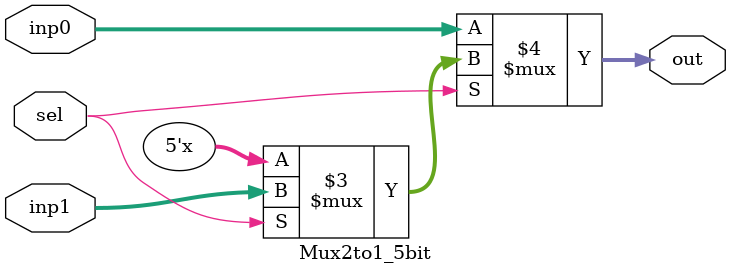
<source format=v>
module Mux2to1_5bit (inp0, inp1, sel, out);
input [4:0] inp0;
input [4:0] inp1;
input sel;
output [4:0] out;

	assign out = (sel == 1'b0)? inp0: 
			(sel == 1'b1)? inp1:
			5'bz;
endmodule
</source>
